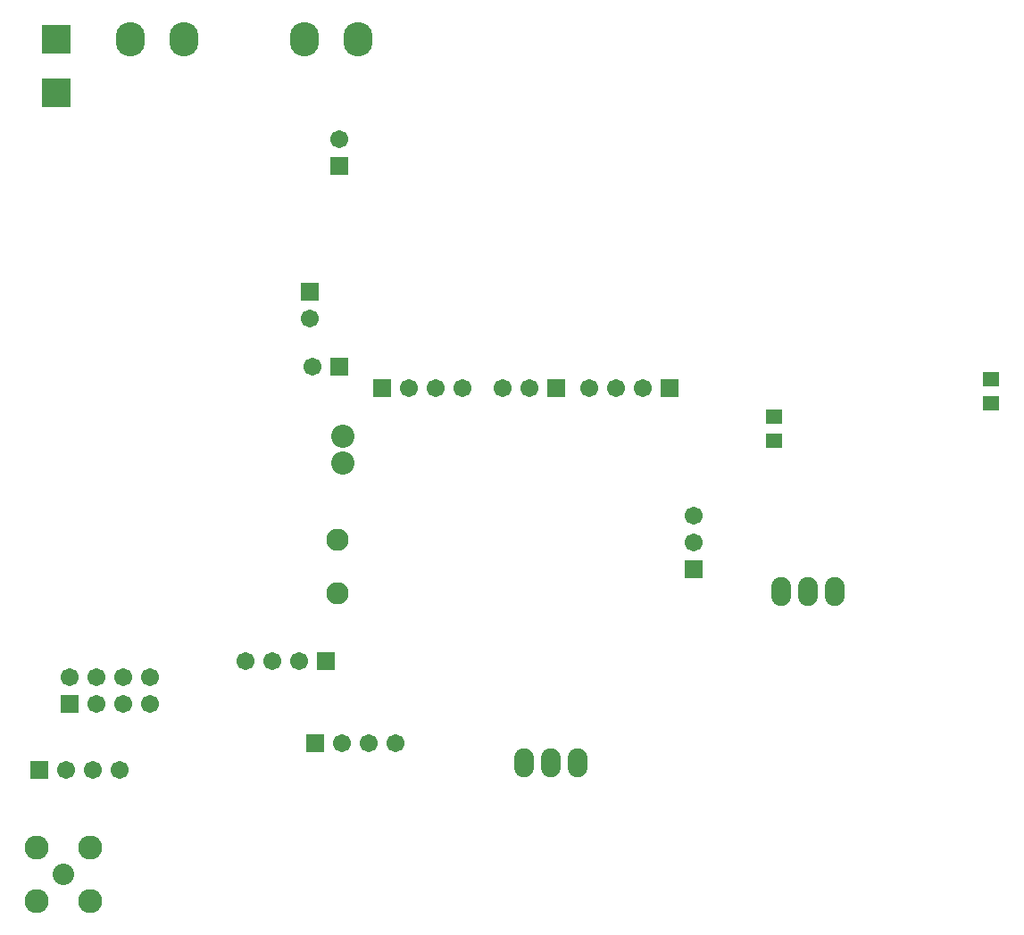
<source format=gbs>
G04*
G04 #@! TF.GenerationSoftware,Altium Limited,Altium Designer,22.2.1 (43)*
G04*
G04 Layer_Color=16711935*
%FSLAX24Y24*%
%MOIN*%
G70*
G04*
G04 #@! TF.SameCoordinates,AB8B2AD1-1602-442A-A43A-F402AF7CDF0B*
G04*
G04*
G04 #@! TF.FilePolarity,Negative*
G04*
G01*
G75*
%ADD42R,0.0630X0.0580*%
%ADD61C,0.0900*%
%ADD62C,0.0800*%
%ADD63R,0.0671X0.0671*%
%ADD64C,0.0671*%
%ADD65O,0.0740X0.1080*%
%ADD66C,0.0830*%
%ADD67C,0.0867*%
%ADD68R,0.0671X0.0671*%
%ADD69O,0.1080X0.1280*%
%ADD70R,0.1064X0.1064*%
G54D42*
X28450Y22800D02*
D03*
Y23700D02*
D03*
X36550Y25100D02*
D03*
Y24200D02*
D03*
G54D61*
X2900Y7600D02*
D03*
Y5600D02*
D03*
X900D02*
D03*
Y7600D02*
D03*
G54D62*
X1900Y6600D02*
D03*
G54D63*
X2150Y12950D02*
D03*
X1000Y10500D02*
D03*
X24550Y24750D02*
D03*
X20300D02*
D03*
X13800D02*
D03*
X12200Y25550D02*
D03*
X11700Y14550D02*
D03*
X11300Y11500D02*
D03*
G54D64*
X3150Y12950D02*
D03*
X4150D02*
D03*
X5150D02*
D03*
X2150Y13950D02*
D03*
X3150D02*
D03*
X4150D02*
D03*
X5150D02*
D03*
X2000Y10500D02*
D03*
X3000D02*
D03*
X4000D02*
D03*
X23550Y24750D02*
D03*
X22550D02*
D03*
X21550D02*
D03*
X18300D02*
D03*
X19300D02*
D03*
X16800D02*
D03*
X15800D02*
D03*
X14800D02*
D03*
X11200Y25550D02*
D03*
X11100Y27350D02*
D03*
X12200Y34050D02*
D03*
X10700Y14550D02*
D03*
X9700D02*
D03*
X8700D02*
D03*
X25450Y19000D02*
D03*
Y20000D02*
D03*
X12300Y11500D02*
D03*
X13300D02*
D03*
X14300D02*
D03*
G54D65*
X30700Y17150D02*
D03*
X29700D02*
D03*
X28700D02*
D03*
X21100Y10750D02*
D03*
X20100D02*
D03*
X19100D02*
D03*
G54D66*
X12150Y17100D02*
D03*
Y19100D02*
D03*
G54D67*
X12350Y21950D02*
D03*
Y22950D02*
D03*
G54D68*
X11100Y28350D02*
D03*
X12200Y33050D02*
D03*
X25450Y18000D02*
D03*
G54D69*
X10900Y37770D02*
D03*
X6400D02*
D03*
X4400D02*
D03*
X12900D02*
D03*
G54D70*
X1650D02*
D03*
Y35770D02*
D03*
M02*

</source>
